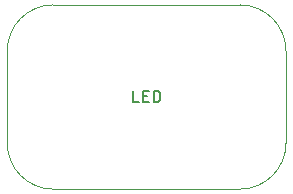
<source format=gbr>
%TF.GenerationSoftware,KiCad,Pcbnew,4.0.5-e0-6337~49~ubuntu16.04.1*%
%TF.CreationDate,2017-01-13T08:38:15-08:00*%
%TF.ProjectId,2x3-Generic-5mm-Pitch-Magnet,3278332D47656E657269632D356D6D2D,1.0*%
%TF.FileFunction,Other,Fab,Top*%
%FSLAX46Y46*%
G04 Gerber Fmt 4.6, Leading zero omitted, Abs format (unit mm)*
G04 Created by KiCad (PCBNEW 4.0.5-e0-6337~49~ubuntu16.04.1) date Fri Jan 13 08:38:15 2017*
%MOMM*%
%LPD*%
G01*
G04 APERTURE LIST*
%ADD10C,0.350000*%
%ADD11C,0.040640*%
%ADD12C,0.150000*%
G04 APERTURE END LIST*
D10*
D11*
X150140000Y-88974500D02*
X134340000Y-88974500D01*
X150140000Y-104574500D02*
X134340000Y-104574500D01*
X154040000Y-100674500D02*
X154040000Y-92874500D01*
X130440000Y-100674500D02*
X130440000Y-92874500D01*
X154040000Y-92874500D02*
G75*
G03X150140000Y-88974500I-3900000J0D01*
G01*
X150140000Y-104574500D02*
G75*
G03X154040000Y-100674500I0J3900000D01*
G01*
X130440000Y-100674500D02*
G75*
G03X134340000Y-104574500I3900000J0D01*
G01*
X134340000Y-88974500D02*
G75*
G03X130440000Y-92874500I0J-3900000D01*
G01*
D12*
X141597143Y-97236881D02*
X141120952Y-97236881D01*
X141120952Y-96236881D01*
X141930476Y-96713071D02*
X142263810Y-96713071D01*
X142406667Y-97236881D02*
X141930476Y-97236881D01*
X141930476Y-96236881D01*
X142406667Y-96236881D01*
X142835238Y-97236881D02*
X142835238Y-96236881D01*
X143073333Y-96236881D01*
X143216191Y-96284500D01*
X143311429Y-96379738D01*
X143359048Y-96474976D01*
X143406667Y-96665452D01*
X143406667Y-96808310D01*
X143359048Y-96998786D01*
X143311429Y-97094024D01*
X143216191Y-97189262D01*
X143073333Y-97236881D01*
X142835238Y-97236881D01*
M02*

</source>
